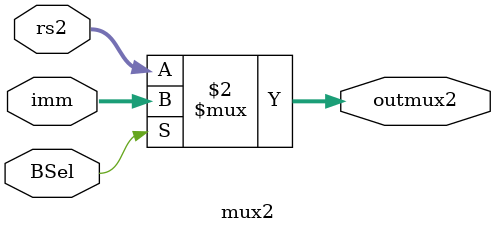
<source format=v>
module mux2(imm, rs2,BSel,outmux2);
parameter	WIDTH_DATA_LENGTH=32;
output		[WIDTH_DATA_LENGTH-1:0]outmux2;
input		[WIDTH_DATA_LENGTH-1:0]imm, rs2;
input		BSel;
assign		outmux2=(BSel==1'b0)? rs2: imm;
endmodule


</source>
